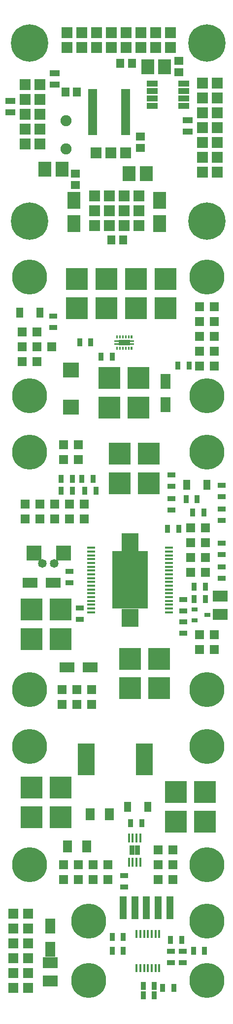
<source format=gbr>
G75*
G71*
%MOMM*%
%OFA0B0*%
%FSLAX53Y53*%
%IPPOS*%
%LPD*%
%ADD14R,1.70000X1.10000*%
%ADD16C,0.30000*%
%ADD20R,2.20000X2.63000*%
%ADD25C,0.50000*%
%ADD28R,1.65000X1.40000*%
%ADD32R,1.52400X1.52400*%
%ADD33C,6.40000*%
%ADD34R,1.92400X1.92400*%
%ADD36R,1.39700X0.88900*%
%ADD37C,0.10000*%
%ADD39R,1.95000X1.00000*%
%ADD42C,0.15000*%
%ADD46R,3.81000X3.81000*%
%ADD51C,1.48082*%
%ADD52R,1.65100X1.65100*%
%ADD53R,2.20086X2.89936*%
%ADD54R,1.40000X1.65000*%
%ADD57R,1.80086X2.49936*%
%ADD58R,0.88900X1.39700*%
%ADD59R,2.49936X1.80086*%
%ADD63C,6.00000*%
%ADD64R,1.50000X0.80000*%
%ADD65C,1.90114*%
%ADD66R,1.20000X4.00000*%
%ADD67R,2.49936X1.95072*%
%ADD68R,0.45000X1.45000*%
%ADD69R,3.00000X5.50000*%
%ADD70R,1.30048X1.69926*%
%ADD71R,1.52400X2.03200*%
%ADD72R,0.42000X1.55000*%
%ADD73R,0.94000X0.84000*%
%ADD74R,6.19760X9.79932*%
%ADD75R,1.39954X0.39878*%
%ADD76R,1.00076X0.80010*%
%ADD77R,2.89814X3.09880*%
%ADD78R,2.55016X2.49936*%
%ADD79R,2.70002X2.55016*%
X0000000Y0000000D02*
G01*
D37*
D68*
X0023194Y0012854D03*
X0023844Y0012854D03*
X0024494Y0012854D03*
X0025144Y0012854D03*
X0025794Y0012854D03*
X0026444Y0012854D03*
X0027094Y0012854D03*
X0027094Y0006954D03*
X0026444Y0006954D03*
X0025794Y0006954D03*
X0025144Y0006954D03*
X0024494Y0006954D03*
X0023844Y0006954D03*
X0023194Y0006954D03*
D58*
X0026224Y0003935D03*
X0024319Y0003935D03*
X0026224Y0002284D03*
X0024319Y0002284D03*
D52*
X0004570Y0011174D03*
X0002030Y0003554D03*
X0002030Y0008634D03*
X0004570Y0003554D03*
X0002030Y0013714D03*
X0002030Y0011174D03*
X0002030Y0006094D03*
X0004570Y0013714D03*
X0004570Y0006094D03*
X0004570Y0008634D03*
X0004570Y0016254D03*
X0002030Y0016254D03*
D63*
X0035304Y0004824D03*
X0035304Y0014984D03*
X0014984Y0014984D03*
X0014984Y0004824D03*
D58*
X0029589Y0003554D03*
X0027684Y0003554D03*
D36*
X0029081Y0009841D03*
X0029081Y0007936D03*
D58*
X0030923Y0011809D03*
X0029018Y0011809D03*
D36*
X0031113Y0009841D03*
X0031113Y0007936D03*
D58*
X0034860Y0009904D03*
X0032955Y0009904D03*
X0020890Y0009904D03*
X0018985Y0009904D03*
X0020890Y0012317D03*
X0018985Y0012317D03*
D66*
X0028890Y0017270D03*
X0026890Y0017270D03*
X0024890Y0017270D03*
X0022890Y0017270D03*
X0020890Y0017270D03*
D67*
X0008380Y0004773D03*
X0008380Y0007872D03*
D57*
X0008380Y0014156D03*
X0008380Y0010158D03*
X0000000Y0019810D02*
G01*
D16*
D32*
X0029462Y0024634D03*
X0029462Y0022094D03*
X0026922Y0027174D03*
X0029462Y0027174D03*
D58*
X0022160Y0031746D03*
X0024065Y0031746D03*
D70*
X0025116Y0034540D03*
X0021616Y0034540D03*
D46*
X0034970Y0032000D03*
X0029970Y0032000D03*
X0034970Y0037080D03*
X0029970Y0037080D03*
D32*
X0010666Y0022094D03*
X0010666Y0024634D03*
X0013206Y0022094D03*
X0013206Y0024634D03*
X0015746Y0022094D03*
X0015746Y0024634D03*
X0018286Y0022094D03*
X0018286Y0024634D03*
D46*
X0005158Y0037842D03*
X0010158Y0037842D03*
X0005158Y0032762D03*
X0010158Y0032762D03*
D69*
X0014556Y0042668D03*
X0024556Y0042668D03*
D63*
X0035304Y0044934D03*
X0004824Y0044934D03*
X0004824Y0024634D03*
X0035304Y0024634D03*
D58*
X0027240Y0027174D03*
X0029145Y0027174D03*
D36*
X0021080Y0022793D03*
X0021080Y0020888D03*
D72*
X0023833Y0025069D03*
X0023183Y0025069D03*
X0022533Y0025069D03*
X0021883Y0025069D03*
X0021883Y0029279D03*
X0022533Y0029279D03*
X0023183Y0029279D03*
X0023833Y0029279D03*
D73*
X0022388Y0027594D03*
X0023328Y0027594D03*
X0022388Y0026754D03*
X0023328Y0026754D03*
D32*
X0026922Y0024634D03*
X0026922Y0022094D03*
D71*
X0014603Y0027809D03*
X0011301Y0027809D03*
X0015238Y0033270D03*
X0018540Y0033270D03*
X0000000Y0049780D02*
G01*
D16*
D46*
X0005160Y0063242D03*
X0010160Y0063242D03*
X0005160Y0068322D03*
X0010160Y0068322D03*
D36*
X0037846Y0077784D03*
X0037846Y0079689D03*
X0037846Y0073720D03*
X0037846Y0075625D03*
D58*
X0010223Y0090674D03*
X0012128Y0090674D03*
X0010223Y0088642D03*
X0012128Y0088642D03*
D36*
X0037846Y0083626D03*
X0037846Y0085531D03*
D63*
X0004826Y0095246D03*
X0035306Y0095246D03*
X0004826Y0054606D03*
X0035306Y0054606D03*
D32*
X0035052Y0077212D03*
X0032512Y0077212D03*
X0032512Y0074672D03*
X0035052Y0074672D03*
X0036576Y0061464D03*
X0034036Y0061464D03*
X0036576Y0064004D03*
X0034036Y0064004D03*
X0009144Y0083816D03*
X0009144Y0086356D03*
X0006604Y0083816D03*
X0006604Y0086356D03*
X0011684Y0083816D03*
X0011684Y0086356D03*
X0035052Y0079752D03*
X0032512Y0079752D03*
X0013208Y0093976D03*
X0013208Y0096516D03*
X0010668Y0093976D03*
X0010668Y0096516D03*
X0014224Y0083816D03*
X0014224Y0086356D03*
X0010414Y0052066D03*
X0010414Y0054606D03*
X0012954Y0052066D03*
X0012954Y0054606D03*
X0015494Y0052066D03*
X0015494Y0054606D03*
D70*
X0031778Y0089658D03*
X0035278Y0089658D03*
D59*
X0011209Y0058416D03*
X0015207Y0058416D03*
X0004859Y0072894D03*
X0008857Y0072894D03*
D58*
X0033591Y0087245D03*
X0031686Y0087245D03*
X0034988Y0070100D03*
X0033083Y0070100D03*
D36*
X0031242Y0068132D03*
X0031242Y0070037D03*
D58*
X0013779Y0090674D03*
X0015684Y0090674D03*
X0014287Y0088642D03*
X0016192Y0088642D03*
D36*
X0037846Y0087690D03*
X0037846Y0089595D03*
D78*
X0005603Y0077974D03*
X0010653Y0077974D03*
D36*
X0031242Y0066227D03*
X0031242Y0064322D03*
D67*
X0037592Y0067535D03*
X0037592Y0070633D03*
D58*
X0028511Y0082165D03*
X0030416Y0082165D03*
D36*
X0011684Y0072958D03*
X0011684Y0074863D03*
X0013462Y0068576D03*
X0013462Y0066671D03*
D75*
X0028796Y0078927D03*
X0028796Y0078276D03*
X0028796Y0077626D03*
X0028796Y0076976D03*
X0028796Y0076326D03*
X0028796Y0075675D03*
X0028796Y0075025D03*
X0028796Y0074375D03*
X0028796Y0073725D03*
X0028796Y0073079D03*
X0028796Y0072429D03*
X0028796Y0071779D03*
X0028796Y0071129D03*
X0028796Y0070478D03*
X0028796Y0069828D03*
X0028796Y0069178D03*
X0028796Y0068528D03*
X0028796Y0067878D03*
X0015400Y0067878D03*
X0015400Y0068528D03*
X0015400Y0069178D03*
X0015400Y0069828D03*
X0015400Y0070478D03*
X0015400Y0071129D03*
X0015400Y0071779D03*
X0015400Y0072429D03*
X0015400Y0073079D03*
X0015400Y0073725D03*
X0015400Y0074375D03*
X0015400Y0075025D03*
X0015400Y0075675D03*
X0015400Y0076326D03*
X0015400Y0076976D03*
X0015400Y0077626D03*
X0015400Y0078276D03*
X0015400Y0078927D03*
D74*
X0022098Y0073402D03*
D77*
X0022098Y0079851D03*
X0022098Y0066953D03*
D76*
X0035390Y0067433D03*
X0033190Y0068386D03*
X0033190Y0066481D03*
D51*
X0009002Y0076196D03*
X0007000Y0076196D03*
D32*
X0004064Y0083816D03*
X0004064Y0086356D03*
D46*
X0022098Y0059860D03*
X0022098Y0054860D03*
X0027098Y0059860D03*
X0027098Y0054860D03*
X0020320Y0089992D03*
X0020320Y0094992D03*
X0025320Y0089992D03*
X0025320Y0094992D03*
D36*
X0029210Y0089468D03*
X0029210Y0091373D03*
D32*
X0035052Y0082292D03*
D36*
X0029210Y0085404D03*
X0029210Y0087309D03*
D32*
X0032512Y0082292D03*
D58*
X0032829Y0084959D03*
X0034734Y0084959D03*
X0033083Y0072259D03*
X0034988Y0072259D03*
X0000000Y0100070D02*
G01*
D16*
D58*
X0015303Y0114040D03*
X0013398Y0114040D03*
D79*
X0011938Y0109341D03*
X0011938Y0102991D03*
D70*
X0003076Y0119120D03*
X0006576Y0119120D03*
D57*
X0028194Y0107403D03*
X0028194Y0103405D03*
D32*
X0006096Y0110738D03*
X0003556Y0110738D03*
X0006096Y0113278D03*
X0003556Y0113278D03*
X0006096Y0115818D03*
X0003556Y0115818D03*
X0036576Y0112516D03*
X0034036Y0112516D03*
X0036576Y0117596D03*
X0034036Y0117596D03*
X0036576Y0115056D03*
X0034036Y0115056D03*
X0036576Y0120136D03*
X0034036Y0120136D03*
X0034036Y0109976D03*
X0036576Y0109976D03*
D46*
X0012954Y0124882D03*
X0012954Y0119882D03*
X0018034Y0124882D03*
X0018034Y0119882D03*
X0023114Y0124882D03*
X0023114Y0119882D03*
X0028194Y0124882D03*
X0028194Y0119882D03*
X0023542Y0102864D03*
X0018542Y0102864D03*
X0023542Y0107944D03*
X0018542Y0107944D03*
D63*
X0004826Y0104896D03*
X0035306Y0125216D03*
X0035306Y0104896D03*
X0004826Y0125216D03*
D36*
X0008890Y0116644D03*
X0008890Y0118549D03*
D58*
X0032194Y0110103D03*
X0030289Y0110103D03*
D16*
G36*
X0019692Y0114740D02*
X0019692Y0115240D01*
X0019972Y0115240D01*
X0019972Y0114740D01*
X0019692Y0114740D01*
X0019692Y0114740D01*
G37*
G36*
X0020192Y0114740D02*
X0020192Y0115240D01*
X0020472Y0115240D01*
X0020472Y0114740D01*
X0020192Y0114740D01*
X0020192Y0114740D01*
G37*
G36*
X0020692Y0114740D02*
X0020692Y0115240D01*
X0020972Y0115240D01*
X0020972Y0114740D01*
X0020692Y0114740D01*
X0020692Y0114740D01*
G37*
G36*
X0021192Y0114740D02*
X0021192Y0115240D01*
X0021472Y0115240D01*
X0021472Y0114740D01*
X0021192Y0114740D01*
X0021192Y0114740D01*
G37*
G36*
X0021692Y0114740D02*
X0021692Y0115240D01*
X0021972Y0115240D01*
X0021972Y0114740D01*
X0021692Y0114740D01*
X0021692Y0114740D01*
G37*
G36*
X0022192Y0114740D02*
X0022192Y0115240D01*
X0022472Y0115240D01*
X0022472Y0114740D01*
X0022192Y0114740D01*
X0022192Y0114740D01*
G37*
G36*
X0022192Y0112840D02*
X0022192Y0113340D01*
X0022472Y0113340D01*
X0022472Y0112840D01*
X0022192Y0112840D01*
X0022192Y0112840D01*
G37*
G36*
X0021692Y0112840D02*
X0021692Y0113340D01*
X0021972Y0113340D01*
X0021972Y0112840D01*
X0021692Y0112840D01*
X0021692Y0112840D01*
G37*
G36*
X0021192Y0112840D02*
X0021192Y0113340D01*
X0021472Y0113340D01*
X0021472Y0112840D01*
X0021192Y0112840D01*
X0021192Y0112840D01*
G37*
G36*
X0020692Y0112840D02*
X0020692Y0113340D01*
X0020972Y0113340D01*
X0020972Y0112840D01*
X0020692Y0112840D01*
X0020692Y0112840D01*
G37*
G36*
X0020192Y0112840D02*
X0020192Y0113340D01*
X0020472Y0113340D01*
X0020472Y0112840D01*
X0020192Y0112840D01*
X0020192Y0112840D01*
G37*
G36*
X0019692Y0112840D02*
X0019692Y0113340D01*
X0019972Y0113340D01*
X0019972Y0112840D01*
X0019692Y0112840D01*
X0019692Y0112840D01*
G37*
G36*
X0020082Y0113590D02*
X0020082Y0114490D01*
X0022082Y0114490D01*
X0022082Y0113590D01*
X0020082Y0113590D01*
X0020082Y0113590D01*
G37*
G36*
X0022082Y0114165D02*
X0022082Y0114415D01*
X0022782Y0114415D01*
X0022782Y0114165D01*
X0022082Y0114165D01*
X0022082Y0114165D01*
G37*
G36*
X0022082Y0113665D02*
X0022082Y0113915D01*
X0022782Y0113915D01*
X0022782Y0113665D01*
X0022082Y0113665D01*
X0022082Y0113665D01*
G37*
G36*
X0019382Y0113665D02*
X0019382Y0113915D01*
X0020082Y0113915D01*
X0020082Y0113665D01*
X0019382Y0113665D01*
X0019382Y0113665D01*
G37*
G36*
X0019382Y0114165D02*
X0019382Y0114415D01*
X0020082Y0114415D01*
X0020082Y0114165D01*
X0019382Y0114165D01*
X0019382Y0114165D01*
G37*
D25*
X0021782Y0114040D03*
X0020382Y0114040D03*
X0021082Y0114040D03*
D32*
X0008636Y0113278D03*
D58*
X0018986Y0111627D03*
X0017081Y0111627D03*
X0000000Y0130040D02*
G01*
D42*
D34*
X0013780Y0164584D03*
X0013780Y0167124D03*
D20*
X0024828Y0142994D03*
X0021908Y0142994D03*
D28*
X0023876Y0149328D03*
X0023876Y0147328D03*
X0030480Y0160282D03*
X0030480Y0162282D03*
D54*
X0012938Y0156964D03*
X0010938Y0156964D03*
D53*
X0027178Y0138389D03*
X0027178Y0134391D03*
X0012446Y0138389D03*
X0012446Y0134391D03*
D34*
X0023622Y0134104D03*
X0021082Y0134104D03*
X0023622Y0136644D03*
X0021082Y0136644D03*
X0023622Y0139184D03*
X0021082Y0139184D03*
X0037084Y0155948D03*
X0034544Y0155948D03*
X0037084Y0158488D03*
X0034544Y0158488D03*
X0011240Y0164584D03*
X0011240Y0167124D03*
X0016320Y0164584D03*
X0016320Y0167124D03*
X0018860Y0167124D03*
X0018860Y0164584D03*
X0026495Y0167125D03*
X0026495Y0164585D03*
X0021400Y0167124D03*
X0021400Y0164584D03*
X0016256Y0146550D03*
X0018796Y0146550D03*
X0021336Y0146550D03*
X0006604Y0158234D03*
X0004064Y0158234D03*
X0006604Y0155694D03*
X0004064Y0155694D03*
X0037084Y0148328D03*
X0034544Y0148328D03*
X0037084Y0150868D03*
X0034544Y0150868D03*
X0006604Y0148074D03*
X0004064Y0148074D03*
X0037084Y0143248D03*
X0034544Y0143248D03*
X0037084Y0145788D03*
X0034544Y0145788D03*
X0037084Y0153408D03*
X0034544Y0153408D03*
X0016002Y0139184D03*
X0018542Y0139184D03*
X0016002Y0136644D03*
X0018542Y0136644D03*
X0016002Y0134104D03*
X0018542Y0134104D03*
X0006604Y0150614D03*
X0004064Y0150614D03*
X0006604Y0153154D03*
X0004064Y0153154D03*
D54*
X0018891Y0131629D03*
X0020891Y0131629D03*
D28*
X0012700Y0142978D03*
X0012700Y0140978D03*
D33*
X0035306Y0165346D03*
X0035306Y0134866D03*
X0004826Y0165346D03*
X0004826Y0134866D03*
D14*
X0009144Y0160134D03*
X0009144Y0158234D03*
X0001524Y0153474D03*
X0001524Y0155374D03*
X0032004Y0150172D03*
X0032004Y0152072D03*
D39*
X0025875Y0154551D03*
X0025875Y0155821D03*
X0025875Y0157091D03*
X0025875Y0158361D03*
X0031275Y0158361D03*
X0031275Y0157091D03*
X0031275Y0155821D03*
X0031275Y0154551D03*
D64*
X0015631Y0149904D03*
X0015631Y0150554D03*
X0015631Y0151204D03*
X0015631Y0151854D03*
X0015631Y0152504D03*
X0015631Y0153154D03*
X0015631Y0153804D03*
X0015631Y0154454D03*
X0015631Y0155104D03*
X0015631Y0155754D03*
X0015631Y0156404D03*
X0015631Y0157054D03*
X0021331Y0157054D03*
X0021331Y0156404D03*
X0021331Y0155754D03*
X0021331Y0155104D03*
X0021331Y0154454D03*
X0021331Y0153804D03*
X0021331Y0153154D03*
X0021331Y0152504D03*
X0021331Y0151854D03*
X0021331Y0151204D03*
X0021331Y0150554D03*
X0021331Y0149904D03*
D65*
X0011049Y0152039D03*
X0011049Y0147157D03*
D20*
X0025083Y0161282D03*
X0028003Y0161282D03*
X0007430Y0143756D03*
X0010350Y0143756D03*
D54*
X0022415Y0161855D03*
X0020415Y0161855D03*
D34*
X0023955Y0164585D03*
X0023955Y0167125D03*
X0029035Y0164585D03*
X0029035Y0167125D03*
M02*

</source>
